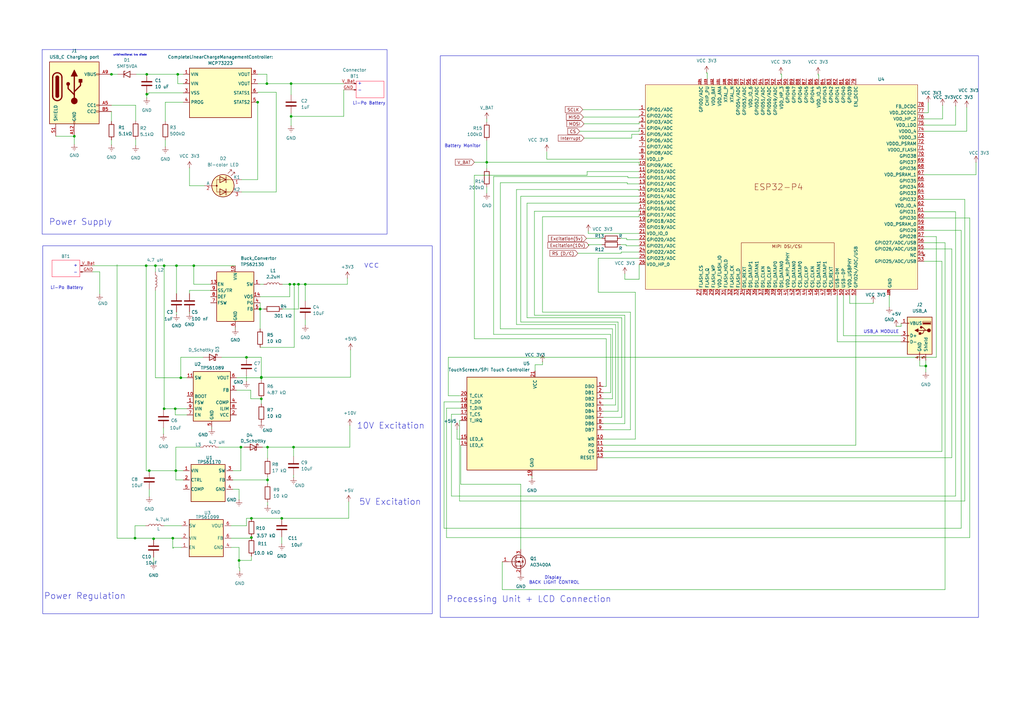
<source format=kicad_sch>
(kicad_sch (version 20250114) (generator "eeschema") (generator_version "9.0")
  (paper "A3")
  (rectangle (start 17.526 100.838) (end 177.292 251.714))
  (rectangle (start 17.272 20.32) (end 158.75 96.012))
  (rectangle (start 180.594 22.86) (end 401.32 253.238))
  (text "-" (at 147.574 37.084 0) (effects (font (size 1.27 1.27))))
  (text "Battery Monitor" (at 189.738 59.944 0) (effects (font (size 1.27 1.27))))
  (text "5V Excitation\n" (at 160.02 205.994 0) (effects (font (size 2.54 2.54))))
  (text "Li-Po Battery\n" (at 27.432 118.11 0) (effects (font (size 1.27 1.27))))
  (text "+" (at 30.988 108.966 0) (effects (font (size 1.27 1.27))))
  (text "10V Excitation" (at 160.274 174.752 0) (effects (font (size 2.54 2.54))))
  (text "Processing Unit + LCD Connection \n" (at 217.932 245.872 0) (effects (font (size 2.54 2.54))))
  (text "Power Supply\n" (at 33.02 91.186 0) (effects (font (size 2.54 2.54))))
  (text "vcc\n" (at 152.4 108.712 0) (effects (font (size 2.54 2.54))))
  (text "-" (at 30.988 111.76 0) (effects (font (size 1.27 1.27))))
  (text "USB_A MODULE\n" (at 361.442 136.144 0) (effects (font (size 1.27 1.27))))
  (text "+" (at 147.574 34.29 0) (effects (font (size 1.27 1.27))))
  (text "unidirectional tvs diode" (at 53.34 22.606 0) (effects (font (size 0.762 0.762))))
  (text "Display \nBACK LIGHT CONTROL\n" (at 227.33 237.998 0) (effects (font (size 1.27 1.27))))
  (text "Li-Po Battery\n" (at 151.384 42.418 0) (effects (font (size 1.27 1.27))))
  (text "Power Regulation" (at 34.798 244.602 0) (effects (font (size 2.54 2.54))))
  (text_box "" (at 21.336 106.68 0) (size 11.43 6.858) (margins 0.9525 0.9525 0.9525 0.9525) (stroke (width 0) (color 255 18 58 1)) (effects (font (size 1.27 1.27)) (justify left top)))
  (text_box "" (at 146.05 33.274 0) (size 11.43 6.858) (margins 0.9525 0.9525 0.9525 0.9525) (stroke (width 0) (color 255 18 58 1)) (effects (font (size 1.27 1.27)) (justify left top)))
  (junction (at 122.428 116.586))
  (junction (at 30.48 55.88))
  (junction (at 61.214 193.04))
  (junction (at 72.136 193.04))
  (junction (at 105.664 41.91))
  (junction (at 107.188 154.686))
  (junction (at 79.502 108.966))
  (junction (at 106.68 126.746))
  (junction (at 115.57 212.598))
  (junction (at 62.992 220.98))
  (junction (at 107.188 163.576))
  (junction (at 45.72 30.48))
  (junction (at 67.31 167.64))
  (junction (at 119.38 34.29))
  (junction (at 98.044 229.87))
  (junction (at 72.39 108.966))
  (junction (at 120.396 183.388))
  (junction (at 60.198 38.608))
  (junction (at 119.38 47.752))
  (junction (at 103.124 212.598))
  (junction (at 103.124 220.472))
  (junction (at 199.644 66.548))
  (junction (at 60.198 30.48))
  (junction (at 107.188 154.94))
  (junction (at 109.728 183.388))
  (junction (at 125.222 116.586))
  (junction (at 59.944 108.966))
  (junction (at 109.728 196.85))
  (junction (at 71.882 167.64))
  (junction (at 55.372 220.726))
  (junction (at 101.092 146.558))
  (junction (at 120.65 116.586))
  (junction (at 70.866 220.726))
  (junction (at 74.168 154.94))
  (junction (at 98.806 183.388))
  (junction (at 67.31 108.966))
  (junction (at 72.898 30.48))
  (junction (at 63.754 108.966))
  (junction (at 109.474 34.29))
  (junction (at 379.73 150.114))
  (junction (at 118.872 116.586))
  (wire (pts (xy 106.68 126.746) (xy 108.204 126.746)))
  (wire (pts (xy 239.522 50.8) (xy 262.128 50.8)))
  (wire (pts (xy 379.73 150.114) (xy 379.73 152.654)))
  (wire (pts (xy 95.504 200.66) (xy 98.044 200.66)))
  (wire (pts (xy 99.06 73.66) (xy 105.664 73.66)))
  (wire (pts (xy 194.564 66.548) (xy 199.644 66.548)))
  (wire (pts (xy 378.968 48.768) (xy 386.588 48.768)))
  (wire (pts (xy 199.644 79.248) (xy 199.644 76.708)))
  (wire (pts (xy 254.762 103.886) (xy 254.762 103.378)))
  (wire (pts (xy 378.968 81.788) (xy 395.732 81.788)))
  (wire (pts (xy 79.502 116.586) (xy 86.36 116.586)))
  (wire (pts (xy 222.504 88.9) (xy 262.128 88.9)))
  (wire (pts (xy 183.896 146.558) (xy 384.048 146.558)))
  (wire (pts (xy 103.124 220.726) (xy 103.124 220.472)))
  (wire (pts (xy 45.72 45.72) (xy 45.72 49.784)))
  (wire (pts (xy 105.664 30.48) (xy 109.474 30.48)))
  (wire (pts (xy 345.948 121.158) (xy 345.948 137.668)))
  (wire (pts (xy 98.298 234.188) (xy 98.298 232.918)))
  (wire (pts (xy 67.31 108.966) (xy 67.31 167.64)))
  (wire (pts (xy 369.57 132.588) (xy 369.57 133.858)))
  (wire (pts (xy 71.882 170.18) (xy 76.708 170.18)))
  (wire (pts (xy 109.728 195.58) (xy 109.728 196.85)))
  (wire (pts (xy 257.302 75.438) (xy 257.302 74.93)))
  (wire (pts (xy 261.874 77.978) (xy 261.874 77.724)))
  (wire (pts (xy 107.188 163.576) (xy 107.188 165.608)))
  (wire (pts (xy 119.38 34.29) (xy 119.38 38.862)))
  (wire (pts (xy 257.048 97.79) (xy 254.508 97.79)))
  (wire (pts (xy 250.444 137.16) (xy 250.444 161.036)))
  (wire (pts (xy 248.666 138.938) (xy 248.666 158.496)))
  (wire (pts (xy 107.188 146.558) (xy 107.188 154.686)))
  (wire (pts (xy 75.184 41.91) (xy 67.818 41.91)))
  (wire (pts (xy 67.31 167.64) (xy 71.882 167.64)))
  (wire (pts (xy 74.168 146.558) (xy 74.168 154.94)))
  (wire (pts (xy 70.866 220.726) (xy 74.422 220.726)))
  (wire (pts (xy 259.08 56.642) (xy 259.08 55.118)))
  (wire (pts (xy 60.198 38.1) (xy 60.198 38.608)))
  (wire (pts (xy 219.456 149.606) (xy 222.504 149.606)))
  (wire (pts (xy 320.294 30.48) (xy 320.294 30.226)))
  (wire (pts (xy 62.992 220.98) (xy 63.246 220.98)))
  (wire (pts (xy 60.198 30.226) (xy 60.198 30.48)))
  (wire (pts (xy 251.206 134.874) (xy 251.206 163.576)))
  (wire (pts (xy 391.922 86.868) (xy 391.922 203.454)))
  (wire (pts (xy 377.19 150.114) (xy 377.19 147.828)))
  (wire (pts (xy 61.214 203.708) (xy 61.214 200.66)))
  (wire (pts (xy 101.092 146.558) (xy 107.188 146.558)))
  (wire (pts (xy 94.742 220.726) (xy 103.124 220.726)))
  (wire (pts (xy 369.57 133.858) (xy 367.538 133.858)))
  (wire (pts (xy 213.614 198.628) (xy 213.614 225.298)))
  (wire (pts (xy 120.396 195.834) (xy 120.396 194.818)))
  (wire (pts (xy 239.014 44.958) (xy 262.128 44.958)))
  (wire (pts (xy 262.128 50.8) (xy 262.128 50.038)))
  (wire (pts (xy 364.744 121.158) (xy 364.744 125.984)))
  (wire (pts (xy 216.154 83.312) (xy 262.128 83.312)))
  (wire (pts (xy 119.38 46.482) (xy 119.38 47.752)))
  (wire (pts (xy 384.048 97.028) (xy 384.048 146.558)))
  (wire (pts (xy 245.364 119.888) (xy 260.604 119.888)))
  (wire (pts (xy 72.136 193.04) (xy 72.136 183.388)))
  (wire (pts (xy 61.214 193.04) (xy 72.136 193.04)))
  (wire (pts (xy 77.724 119.126) (xy 86.36 119.126)))
  (wire (pts (xy 394.208 94.488) (xy 394.208 216.662)))
  (wire (pts (xy 107.188 154.686) (xy 107.188 154.94)))
  (wire (pts (xy 105.664 34.29) (xy 109.474 34.29)))
  (wire (pts (xy 115.57 220.218) (xy 115.57 223.012)))
  (wire (pts (xy 122.428 116.586) (xy 125.222 116.586)))
  (wire (pts (xy 378.968 51.308) (xy 391.922 51.308)))
  (wire (pts (xy 262.128 98.298) (xy 257.048 98.298)))
  (wire (pts (xy 205.232 74.93) (xy 257.302 74.93)))
  (wire (pts (xy 258.572 176.276) (xy 247.396 176.276)))
  (wire (pts (xy 218.186 196.088) (xy 218.186 195.326)))
  (wire (pts (xy 245.364 119.888) (xy 245.364 105.918)))
  (wire (pts (xy 109.728 207.264) (xy 109.728 205.994)))
  (wire (pts (xy 320.548 30.48) (xy 320.294 30.48)))
  (wire (pts (xy 202.438 72.39) (xy 257.556 72.39)))
  (wire (pts (xy 182.118 216.662) (xy 182.118 164.846)))
  (wire (pts (xy 55.88 30.48) (xy 60.198 30.48)))
  (wire (pts (xy 211.836 133.096) (xy 252.476 133.096)))
  (wire (pts (xy 386.588 43.18) (xy 386.588 48.768)))
  (wire (pts (xy 62.992 228.6) (xy 62.992 230.886)))
  (wire (pts (xy 63.754 108.966) (xy 63.754 111.506)))
  (wire (pts (xy 188.468 205.486) (xy 395.732 205.486)))
  (wire (pts (xy 343.408 140.208) (xy 369.57 140.208)))
  (wire (pts (xy 98.806 183.388) (xy 98.806 193.04)))
  (wire (pts (xy 55.626 43.18) (xy 55.626 49.53)))
  (wire (pts (xy 247.396 182.626) (xy 351.028 182.626)))
  (wire (pts (xy 79.502 108.966) (xy 96.52 108.966)))
  (wire (pts (xy 98.044 232.918) (xy 98.044 229.87)))
  (wire (pts (xy 256.286 129.286) (xy 256.286 173.736)))
  (wire (pts (xy 219.202 86.614) (xy 219.202 129.286)))
  (wire (pts (xy 247.396 158.496) (xy 248.666 158.496)))
  (wire (pts (xy 55.372 215.646) (xy 59.69 215.646)))
  (wire (pts (xy 378.968 46.228) (xy 380.746 46.228)))
  (wire (pts (xy 98.298 232.918) (xy 98.044 232.918)))
  (wire (pts (xy 63.754 108.966) (xy 67.31 108.966)))
  (wire (pts (xy 205.232 134.874) (xy 251.206 134.874)))
  (wire (pts (xy 391.922 51.308) (xy 391.922 43.434)))
  (wire (pts (xy 254.762 103.378) (xy 262.128 103.378)))
  (wire (pts (xy 67.818 57.404) (xy 67.818 60.198)))
  (wire (pts (xy 98.806 183.388) (xy 100.076 183.388)))
  (wire (pts (xy 122.428 116.586) (xy 122.428 126.746)))
  (wire (pts (xy 379.73 150.114) (xy 377.19 150.114)))
  (wire (pts (xy 397.764 89.408) (xy 397.764 220.472)))
  (wire (pts (xy 320.548 30.48) (xy 320.548 32.258)))
  (wire (pts (xy 224.282 65.278) (xy 262.128 65.278)))
  (wire (pts (xy 72.136 193.04) (xy 75.184 193.04)))
  (wire (pts (xy 113.284 37.846) (xy 113.284 78.74)))
  (wire (pts (xy 386.334 107.188) (xy 386.334 185.166)))
  (wire (pts (xy 247.396 168.656) (xy 253.492 168.656)))
  (wire (pts (xy 262.128 53.848) (xy 237.744 53.848)))
  (wire (pts (xy 30.48 55.88) (xy 30.48 59.182)))
  (wire (pts (xy 140.97 36.83) (xy 140.97 47.752)))
  (wire (pts (xy 107.188 154.94) (xy 107.188 155.956)))
  (wire (pts (xy 107.188 154.686) (xy 143.764 154.686)))
  (wire (pts (xy 38.1 108.966) (xy 59.944 108.966)))
  (wire (pts (xy 222.504 88.9) (xy 222.504 128.016)))
  (wire (pts (xy 351.028 121.158) (xy 351.028 182.626)))
  (wire (pts (xy 256.794 100.33) (xy 254.508 100.33)))
  (wire (pts (xy 290.068 29.972) (xy 289.814 29.972)))
  (wire (pts (xy 72.39 108.966) (xy 72.39 120.396)))
  (wire (pts (xy 290.068 29.972) (xy 290.068 32.258)))
  (wire (pts (xy 199.644 66.548) (xy 262.128 66.548)))
  (wire (pts (xy 75.184 38.1) (xy 60.96 38.1)))
  (wire (pts (xy 262.128 83.312) (xy 262.128 83.058)))
  (wire (pts (xy 257.556 72.898) (xy 262.128 72.898)))
  (wire (pts (xy 74.168 154.94) (xy 76.708 154.94)))
  (wire (pts (xy 289.814 29.718) (xy 289.814 29.972)))
  (wire (pts (xy 241.3 100.33) (xy 246.888 100.33)))
  (wire (pts (xy 262.128 108.458) (xy 262.128 114.554)))
  (wire (pts (xy 219.456 149.606) (xy 219.456 152.146)))
  (wire (pts (xy 378.968 89.408) (xy 397.764 89.408)))
  (wire (pts (xy 67.056 167.894) (xy 67.056 167.64)))
  (wire (pts (xy 40.894 111.506) (xy 40.894 120.65)))
  (wire (pts (xy 119.38 34.29) (xy 140.97 34.29)))
  (wire (pts (xy 378.968 71.628) (xy 400.304 71.628)))
  (wire (pts (xy 378.968 99.568) (xy 387.604 99.568)))
  (wire (pts (xy 335.788 30.734) (xy 335.788 32.258)))
  (wire (pts (xy 72.136 183.388) (xy 82.042 183.388)))
  (wire (pts (xy 67.056 175.514) (xy 67.056 178.054)))
  (wire (pts (xy 395.732 81.788) (xy 395.732 205.486)))
  (wire (pts (xy 219.202 86.614) (xy 262.128 86.614)))
  (wire (pts (xy 89.662 183.388) (xy 98.806 183.388)))
  (wire (pts (xy 247.396 161.036) (xy 250.444 161.036)))
  (wire (pts (xy 262.128 52.578) (xy 262.128 53.848)))
  (wire (pts (xy 86.868 175.26) (xy 86.868 175.768)))
  (wire (pts (xy 247.396 171.196) (xy 255.016 171.196)))
  (wire (pts (xy 378.968 53.848) (xy 396.494 53.848)))
  (wire (pts (xy 241.3 100.584) (xy 241.554 100.584)))
  (wire (pts (xy 185.166 169.926) (xy 188.976 169.926)))
  (wire (pts (xy 95.504 196.85) (xy 109.728 196.85)))
  (wire (pts (xy 67.818 41.91) (xy 67.818 49.784)))
  (wire (pts (xy 246.888 97.79) (xy 240.538 97.79)))
  (wire (pts (xy 103.124 212.598) (xy 115.57 212.598)))
  (wire (pts (xy 183.896 162.306) (xy 183.896 146.558)))
  (wire (pts (xy 213.614 132.08) (xy 213.614 80.518)))
  (wire (pts (xy 247.396 173.736) (xy 256.286 173.736)))
  (wire (pts (xy 241.3 100.584) (xy 241.3 100.33)))
  (wire (pts (xy 185.166 203.454) (xy 185.166 169.926)))
  (wire (pts (xy 60.96 38.1) (xy 60.96 38.608)))
  (wire (pts (xy 107.696 183.388) (xy 109.728 183.388)))
  (wire (pts (xy 72.39 128.016) (xy 72.39 129.032)))
  (wire (pts (xy 143.764 154.686) (xy 143.764 143.51)))
  (wire (pts (xy 102.87 163.576) (xy 102.87 160.02)))
  (wire (pts (xy 45.72 30.48) (xy 48.26 30.48)))
  (wire (pts (xy 109.728 183.388) (xy 120.396 183.388)))
  (wire (pts (xy 118.872 121.666) (xy 106.68 121.666)))
  (wire (pts (xy 241.3 95.758) (xy 241.3 94.742)))
  (wire (pts (xy 236.982 103.886) (xy 254.762 103.886)))
  (wire (pts (xy 213.614 80.518) (xy 262.128 80.518)))
  (wire (pts (xy 239.522 56.642) (xy 259.08 56.642)))
  (wire (pts (xy 98.044 229.87) (xy 103.124 229.87)))
  (wire (pts (xy 63.754 119.126) (xy 63.754 154.94)))
  (wire (pts (xy 194.564 71.882) (xy 240.792 71.882)))
  (wire (pts (xy 109.474 30.48) (xy 109.474 34.29)))
  (wire (pts (xy 240.792 71.882) (xy 240.792 70.358)))
  (wire (pts (xy 199.644 66.548) (xy 199.644 57.658)))
  (wire (pts (xy 262.128 75.438) (xy 257.302 75.438)))
  (wire (pts (xy 98.044 224.536) (xy 98.044 229.87)))
  (wire (pts (xy 101.092 212.598) (xy 103.124 212.598)))
  (wire (pts (xy 77.724 68.834) (xy 77.724 76.2)))
  (wire (pts (xy 71.12 224.79) (xy 71.12 224.536)))
  (wire (pts (xy 183.134 167.386) (xy 188.976 167.386)))
  (wire (pts (xy 105.664 41.91) (xy 105.664 73.66)))
  (wire (pts (xy 348.488 124.46) (xy 358.14 124.46)))
  (wire (pts (xy 71.12 224.536) (xy 74.422 224.536)))
  (wire (pts (xy 257.556 72.898) (xy 257.556 72.39)))
  (wire (pts (xy 120.396 183.388) (xy 143.51 183.388)))
  (wire (pts (xy 378.968 94.488) (xy 394.208 94.488)))
  (wire (pts (xy 77.724 76.2) (xy 83.82 76.2)))
  (wire (pts (xy 115.824 116.586) (xy 118.872 116.586)))
  (wire (pts (xy 256.286 112.268) (xy 256.286 114.554)))
  (wire (pts (xy 183.134 220.472) (xy 183.134 167.386)))
  (wire (pts (xy 59.944 193.04) (xy 61.214 193.04)))
  (wire (pts (xy 211.836 77.724) (xy 261.874 77.724)))
  (wire (pts (xy 102.87 160.02) (xy 97.028 160.02)))
  (wire (pts (xy 247.396 180.086) (xy 260.604 180.086)))
  (wire (pts (xy 343.408 121.158) (xy 343.408 140.208)))
  (wire (pts (xy 202.438 72.39) (xy 202.438 137.16)))
  (wire (pts (xy 391.922 86.868) (xy 378.968 86.868)))
  (wire (pts (xy 125.222 116.586) (xy 142.494 116.586)))
  (wire (pts (xy 60.96 38.608) (xy 60.198 38.608)))
  (wire (pts (xy 188.468 205.486) (xy 188.468 172.466)))
  (wire (pts (xy 45.72 57.404) (xy 45.72 59.436)))
  (wire (pts (xy 120.65 116.586) (xy 120.65 142.494)))
  (wire (pts (xy 345.948 137.668) (xy 369.57 137.668)))
  (wire (pts (xy 90.932 146.558) (xy 101.092 146.558)))
  (wire (pts (xy 22.86 55.88) (xy 30.48 55.88)))
  (wire (pts (xy 103.124 228.092) (xy 103.124 229.87)))
  (wire (pts (xy 106.68 124.206) (xy 106.68 126.746)))
  (wire (pts (xy 224.282 62.23) (xy 224.282 65.278)))
  (wire (pts (xy 106.68 126.746) (xy 106.68 134.874)))
  (wire (pts (xy 62.992 220.726) (xy 62.992 220.98)))
  (wire (pts (xy 71.882 170.18) (xy 71.882 167.64)))
  (wire (pts (xy 106.68 116.586) (xy 108.204 116.586)))
  (wire (pts (xy 115.824 126.746) (xy 122.428 126.746)))
  (wire (pts (xy 211.836 77.724) (xy 211.836 133.096)))
  (wire (pts (xy 245.364 105.918) (xy 262.128 105.918)))
  (wire (pts (xy 107.188 163.576) (xy 102.87 163.576)))
  (wire (pts (xy 390.398 102.108) (xy 390.398 187.706)))
  (wire (pts (xy 262.128 88.138) (xy 262.128 88.9)))
  (wire (pts (xy 262.128 48.006) (xy 262.128 47.498)))
  (wire (pts (xy 71.882 167.64) (xy 76.708 167.64)))
  (wire (pts (xy 105.664 37.846) (xy 113.284 37.846)))
  (wire (pts (xy 142.494 116.586) (xy 142.494 114.046)))
  (wire (pts (xy 94.742 224.536) (xy 98.044 224.536)))
  (wire (pts (xy 261.874 77.978) (xy 262.128 77.978)))
  (wire (pts (xy 60.198 38.608) (xy 60.198 40.132)))
  (wire (pts (xy 55.626 57.15) (xy 55.626 59.69)))
  (wire (pts (xy 205.232 74.93) (xy 205.232 134.874)))
  (wire (pts (xy 59.944 108.966) (xy 59.944 193.04)))
  (wire (pts (xy 120.396 183.388) (xy 120.396 187.198)))
  (wire (pts (xy 188.976 198.628) (xy 213.614 198.628)))
  (wire (pts (xy 63.246 220.726) (xy 70.866 220.726)))
  (wire (pts (xy 258.572 128.016) (xy 258.572 176.276)))
  (wire (pts (xy 188.976 180.086) (xy 187.452 180.086)))
  (wire (pts (xy 262.128 100.838) (xy 256.794 100.838)))
  (wire (pts (xy 219.202 129.286) (xy 256.286 129.286)))
  (wire (pts (xy 72.136 196.85) (xy 75.184 196.85)))
  (wire (pts (xy 251.206 163.576) (xy 247.396 163.576)))
  (wire (pts (xy 239.268 48.006) (xy 262.128 48.006)))
  (wire (pts (xy 143.51 183.388) (xy 143.51 174.498)))
  (wire (pts (xy 222.504 149.606) (xy 222.504 148.336)))
  (wire (pts (xy 77.724 119.126) (xy 77.724 120.396)))
  (wire (pts (xy 101.092 154.178) (xy 101.092 156.464)))
  (wire (pts (xy 72.898 30.48) (xy 75.184 30.48)))
  (wire (pts (xy 55.372 220.726) (xy 62.992 220.726)))
  (wire (pts (xy 262.128 66.548) (xy 262.128 67.818)))
  (wire (pts (xy 77.724 128.016) (xy 77.724 128.524)))
  (wire (pts (xy 72.898 34.29) (xy 72.898 30.48)))
  (wire (pts (xy 252.476 133.096) (xy 252.476 166.116)))
  (wire (pts (xy 378.968 97.028) (xy 384.048 97.028)))
  (wire (pts (xy 358.14 123.952) (xy 358.14 124.46)))
  (wire (pts (xy 45.466 30.48) (xy 45.72 30.48)))
  (wire (pts (xy 247.396 187.706) (xy 390.398 187.706)))
  (wire (pts (xy 259.08 55.118) (xy 262.128 55.118)))
  (wire (pts (xy 72.39 108.966) (xy 79.502 108.966)))
  (wire (pts (xy 256.794 100.838) (xy 256.794 100.33)))
  (wire (pts (xy 182.118 164.846) (xy 188.976 164.846)))
  (wire (pts (xy 253.492 132.08) (xy 213.614 132.08)))
  (wire (pts (xy 118.872 116.586) (xy 118.872 121.666)))
  (wire (pts (xy 94.742 215.646) (xy 101.092 215.646)))
  (wire (pts (xy 109.474 34.29) (xy 119.38 34.29)))
  (wire (pts (xy 188.468 172.466) (xy 188.976 172.466)))
  (wire (pts (xy 380.746 41.91) (xy 380.746 46.228)))
  (wire (pts (xy 199.644 48.768) (xy 199.644 50.038)))
  (wire (pts (xy 48.006 108.458) (xy 48.006 220.726)))
  (wire (pts (xy 70.866 224.79) (xy 71.12 224.79)))
  (wire (pts (xy 67.31 215.646) (xy 74.422 215.646)))
  (wire (pts (xy 74.168 146.558) (xy 83.312 146.558)))
  (wire (pts (xy 188.722 162.306) (xy 183.896 162.306)))
  (wire (pts (xy 387.604 241.808) (xy 387.604 99.568)))
  (wire (pts (xy 63.246 220.98) (xy 63.246 220.726)))
  (wire (pts (xy 55.372 215.646) (xy 55.372 220.726)))
  (wire (pts (xy 194.564 71.882) (xy 194.564 138.938)))
  (wire (pts (xy 119.38 47.752) (xy 119.38 51.562)))
  (wire (pts (xy 106.68 142.494) (xy 120.65 142.494)))
  (wire (pts (xy 205.994 230.378) (xy 205.994 241.808)))
  (wire (pts (xy 72.898 34.29) (xy 75.184 34.29)))
  (wire (pts (xy 188.976 182.626) (xy 188.976 198.628)))
  (wire (pts (xy 252.476 166.116) (xy 247.396 166.116)))
  (wire (pts (xy 63.754 154.94) (xy 74.168 154.94)))
  (wire (pts (xy 260.604 119.888) (xy 260.604 180.086)))
  (wire (pts (xy 60.198 30.48) (xy 72.898 30.48)))
  (wire (pts (xy 253.492 168.656) (xy 253.492 132.08)))
  (wire (pts (xy 391.922 203.454) (xy 185.166 203.454)))
  (wire (pts (xy 101.092 215.646) (xy 101.092 212.598)))
  (wire (pts (xy 96.52 134.366) (xy 96.52 134.874)))
  (wire (pts (xy 72.136 193.04) (xy 72.136 196.85)))
  (wire (pts (xy 59.944 108.966) (xy 63.754 108.966)))
  (wire (pts (xy 379.73 150.114) (xy 379.73 147.828)))
  (wire (pts (xy 40.894 111.506) (xy 38.1 111.506)))
  (wire (pts (xy 205.994 241.808) (xy 387.604 241.808)))
  (wire (pts (xy 396.494 43.942) (xy 396.494 53.848)))
  (wire (pts (xy 45.72 43.18) (xy 55.626 43.18)))
  (wire (pts (xy 97.028 154.94) (xy 107.188 154.94)))
  (wire (pts (xy 125.222 131.064) (xy 125.222 133.35)))
  (wire (pts (xy 222.504 128.016) (xy 258.572 128.016)))
  (wire (pts (xy 143.002 212.598) (xy 143.002 205.74)))
  (wire (pts (xy 115.57 212.598) (xy 143.002 212.598)))
  (wire (pts (xy 120.65 116.586) (xy 122.428 116.586)))
  (wire (pts (xy 378.968 102.108) (xy 390.398 102.108)))
  (wire (pts (xy 48.006 220.726) (xy 55.372 220.726)))
  (wire (pts (xy 98.806 193.04) (xy 95.504 193.04)))
  (wire (pts (xy 257.048 98.298) (xy 257.048 97.79)))
  (wire (pts (xy 386.334 185.166) (xy 247.396 185.166)))
  (wire (pts (xy 67.056 167.64) (xy 67.31 167.64)))
  (wire (pts (xy 348.488 121.158) (xy 348.488 124.46)))
  (wire (pts (xy 202.438 137.16) (xy 250.444 137.16)))
  (wire (pts (xy 394.208 216.662) (xy 182.118 216.662)))
  (wire (pts (xy 256.286 114.554) (xy 262.128 114.554)))
  (wire (pts (xy 335.788 30.734) (xy 335.534 30.734)))
  (wire (pts (xy 400.304 66.548) (xy 400.304 71.628)))
  (wire (pts (xy 109.728 196.85) (xy 109.728 198.374)))
  (wire (pts (xy 194.564 138.938) (xy 248.666 138.938)))
  (wire (pts (xy 262.128 85.598) (xy 262.128 86.614)))
  (wire (pts (xy 125.222 116.586) (xy 125.222 123.444)))
  (wire (pts (xy 364.998 121.158) (xy 364.744 121.158)))
  (wire (pts (xy 99.06 78.74) (xy 113.284 78.74)))
  (wire (pts (xy 98.044 200.66) (xy 98.044 204.978)))
  (wire (pts (xy 79.502 108.966) (xy 79.502 116.586)))
  (wire (pts (xy 335.534 30.734) (xy 335.534 30.226)))
  (wire (pts (xy 187.452 176.022) (xy 187.452 180.086)))
  (wire (pts (xy 103.124 220.472) (xy 103.124 220.218)))
  (wire (pts (xy 216.154 130.302) (xy 255.016 130.302)))
  (wire (pts (xy 216.154 83.312) (xy 216.154 130.302)))
  (wire (pts (xy 67.31 108.966) (xy 72.39 108.966)))
  (wire (pts (xy 378.968 107.188) (xy 386.334 107.188)))
  (wire (pts (xy 241.3 95.758) (xy 262.128 95.758)))
  (wire (pts (xy 397.764 220.472) (xy 183.134 220.472)))
  (wire (pts (xy 199.644 66.548) (xy 199.644 69.088)))
  (wire (pts (xy 240.792 70.358) (xy 262.128 70.358)))
  (wire (pts (xy 109.728 183.388) (xy 109.728 187.96)))
  (wire (pts (xy 118.872 116.586) (xy 120.65 116.586)))
  (wire (pts (xy 255.016 130.302) (xy 255.016 171.196)))
  (wire (pts (xy 70.866 220.726) (xy 70.866 224.79)))
  (wire (pts (xy 105.664 41.656) (xy 105.664 41.91)))
  (wire (pts (xy 60.198 30.48) (xy 60.198 30.988)))
  (wire (pts (xy 140.97 47.752) (xy 119.38 47.752)))
  (global_label "Interrupt" (shape input) (at 239.522 56.642 180) (property "Intersheetrefs" "${INTERSHEET_REFS}" (effects (hide yes))))
  (global_label "MOSI" (shape input) (at 239.522 50.8 180) (property "Intersheetrefs" "${INTERSHEET_REFS}" (effects (hide yes))))
  (global_label "SCLK" (shape input) (at 239.014 44.958 180) (property "Intersheetrefs" "${INTERSHEET_REFS}" (effects (hide yes))))
  (global_label "Excitation(10v)" (shape input) (at 241.554 100.584 180) (property "Intersheetrefs" "${INTERSHEET_REFS}" (effects (hide yes))))
  (global_label "CS" (shape input) (at 237.744 53.848 180) (property "Intersheetrefs" "${INTERSHEET_REFS}" (effects (hide yes))))
  (global_label "MISO" (shape input) (at 239.268 48.006 180) (property "Intersheetrefs" "${INTERSHEET_REFS}" (effects (hide yes))))
  (global_label "Excitation(5v)" (shape input) (at 240.538 97.79 180) (property "Intersheetrefs" "${INTERSHEET_REFS}" (effects (hide yes))))
  (global_label "V_BAT" (shape input) (at 194.564 66.548 180) (property "Intersheetrefs" "${INTERSHEET_REFS}" (effects (hide yes))))
  (global_label "RS (D{slash}C)" (shape input) (at 236.982 103.886 180) (property "Intersheetrefs" "${INTERSHEET_REFS}" (effects (hide yes))))
  (symbol (lib_id "Device:C") (at 62.992 224.79 0) (unit 1)
    (property "Reference" "C10" (at 58.166 228.346 0) (effects (justify left)))
    (property "Value" "10uF" (at 59.69 230.886 0) (effects (justify left)))
    (property "Description" "Unpolarized capacitor" (effects (hide yes)))
  )
  (symbol (lib_id "power:GNDREF") (at 364.744 125.984 0) (unit 1)
    (property "Reference" "#PWR028" (effects (hide yes)))
    (property "Value" "GND" (at 364.744 131.064 0))
    (property "Description" "Power symbol creates a global label with name \"GNDREF\" , reference supply ground" (effects (hide yes)))
  )
  (symbol (lib_name "TPS61165DBV_1") (lib_id "Driver_LED:TPS61165DBV") (at 84.582 220.726 0) (unit 1)
    (property "Reference" "U3" (at 85.09 210.312 0))
    (property "Value" "TPS61099" (at 85.09 212.09 0))
    (property "Footprint" "Package_TO_SOT_SMD:SOT-23-6" (effects (hide yes)))
    (property "Datasheet" "https://www.ti.com/lit/ds/symlink/tps61165.pdf" (effects (hide yes)))
    (property "Description" "High-Brightness, White LED Driver, 3V to 18V input voltage range, internal switch, constant current, up to 38V/1.2A output, SOT-23-6" (effects (hide yes)))
  )
  (symbol (lib_id "power:GNDREF") (at 107.188 173.228 0) (unit 1)
    (property "Reference" "#PWR016" (effects (hide yes)))
    (property "Value" "GND" (at 109.728 176.53 0))
    (property "Description" "Power symbol creates a global label with name \"GNDREF\" , reference supply ground" (effects (hide yes)))
  )
  (symbol (lib_id "power:GNDREF") (at 55.626 59.69 0) (unit 1)
    (property "Reference" "#PWR04" (effects (hide yes)))
    (property "Value" "GND" (at 55.626 64.77 0))
    (property "Description" "Power symbol creates a global label with name \"GNDREF\" , reference supply ground" (effects (hide yes)))
  )
  (symbol (lib_id "power:VCC") (at 335.534 30.226 0) (unit 1)
    (property "Reference" "#PWR031" (effects (hide yes)))
    (property "Value" "VCC 3V3" (at 335.534 25.4 0))
    (property "Description" "Power symbol creates a global label with name \"VCC\"" (effects (hide yes)))
  )
  (symbol (lib_id "power:GNDREF") (at 379.73 152.654 0) (mirror y) (unit 1)
    (property "Reference" "#PWR036" (effects (hide yes)))
    (property "Value" "GND" (at 379.73 157.734 0))
    (property "Description" "Power symbol creates a global label with name \"GNDREF\" , reference supply ground" (effects (hide yes)))
  )
  (symbol (lib_id "Device:R") (at 103.124 216.408 0) (unit 1)
    (property "Reference" "R10" (at 104.902 216.662 0) (effects (justify left)))
    (property "Value" "3.57 kΩ" (at 105.156 219.71 0) (effects (justify left)))
    (property "Description" "Resistor" (effects (hide yes)))
  )
  (symbol (lib_id "power:GNDREF") (at 30.48 59.182 0) (unit 1)
    (property "Reference" "#PWR02" (effects (hide yes)))
    (property "Value" "GND" (at 30.48 63.754 0))
    (property "Description" "Power symbol creates a global label with name \"GNDREF\" , reference supply ground" (effects (hide yes)))
  )
  (symbol (lib_id "Device:D_Schottky") (at 103.886 183.388 0) (mirror y) (unit 1)
    (property "Reference" "D4" (at 102.362 178.562 0))
    (property "Value" "D_Schottky" (at 103.886 180.848 0))
    (property "Description" "Schottky diode" (effects (hide yes)))
  )
  (symbol (lib_id "power:VCC") (at 358.14 123.952 0) (unit 1)
    (property "Reference" "#PWR045" (effects (hide yes)))
    (property "Value" "VCC 3V3" (at 359.156 120.904 0))
    (property "Description" "Power symbol creates a global label with name \"VCC\"" (effects (hide yes)))
  )
  (symbol (lib_id "power:+10V") (at 143.51 174.498 0) (unit 1)
    (property "Reference" "#PWR043" (effects (hide yes)))
    (property "Value" "+10V" (at 143.51 169.418 0))
    (property "Description" "Power symbol creates a global label with name \"+10V\"" (effects (hide yes)))
  )
  (symbol (lib_id "power:GNDREF") (at 120.396 195.834 0) (unit 1)
    (property "Reference" "#PWR020" (effects (hide yes)))
    (property "Value" "GND" (at 122.936 199.136 0))
    (property "Description" "Power symbol creates a global label with name \"GNDREF\" , reference supply ground" (effects (hide yes)))
  )
  (symbol (lib_id "Device:C") (at 72.39 124.206 0) (unit 1)
    (property "Reference" "C3" (at 68.326 128.016 0) (effects (justify left)))
    (property "Value" "1uF" (at 67.31 130.81 0) (effects (justify left)))
    (property "Description" "Unpolarized capacitor" (effects (hide yes)))
  )
  (symbol (lib_id "power:GNDREF") (at 67.056 178.054 0) (unit 1)
    (property "Reference" "#PWR013" (effects (hide yes)))
    (property "Value" "GND" (at 67.056 183.134 0))
    (property "Description" "Power symbol creates a global label with name \"GNDREF\" , reference supply ground" (effects (hide yes)))
  )
  (symbol (lib_id "Transistor_FET:AO3400A") (at 211.074 230.378 0) (unit 1)
    (property "Reference" "Q1" (at 217.424 229.1079 0) (effects (justify left)))
    (property "Value" "AO3400A" (at 217.424 231.6479 0) (effects (justify left)))
    (property "Footprint" "Package_TO_SOT_SMD:SOT-23" (effects (hide yes)))
    (property "Datasheet" "http://www.aosmd.com/pdfs/datasheet/AO3400A.pdf" (effects (hide yes)))
    (property "Description" "30V Vds, 5.7A Id, N-Channel MOSFET, SOT-23" (effects (hide yes)))
  )
  (symbol (lib_id "Device:R") (at 250.698 100.33 270) (unit 1)
    (property "Reference" "R13" (at 245.872 96.774 90))
    (property "Value" "R" (at 254.508 101.854 90))
    (property "Description" "Resistor" (effects (hide yes)))
  )
  (symbol (lib_id "Device:LED_Dual_KAK") (at 91.44 76.2 0) (unit 1)
    (property "Reference" "D2" (at 91.5035 65.024 0))
    (property "Value" "Bi-color LED" (at 91.5035 67.564 0))
    (property "Description" "Dual LED, common anode on pin 2" (effects (hide yes)))
  )
  (symbol (lib_id "power:VCC") (at 224.282 61.976 0) (unit 1)
    (property "Reference" "#PWR026" (effects (hide yes)))
    (property "Value" "VCC 3V3" (at 220.726 57.404 0))
    (property "Description" "Power symbol creates a global label with name \"VCC\"" (effects (hide yes)))
  )
  (symbol (lib_id "Battery_Management:LGS5500EP") (at 90.424 38.1 0) (unit 1)
    (property "Reference" "CompleteLinearChargeManagementController:" (at 90.424 23.368 0))
    (property "Value" "MCP73223" (at 90.424 25.908 0))
    (property "Footprint" "Package_SO:SOIC-8-1EP_3.9x4.9mm_P1.27mm_EP2.41x3.3mm" (effects (hide yes)))
    (property "Datasheet" "https://www.lcsc.com/datasheet/lcsc_datasheet_2304071430_Legend-Si-LGS5500EP_C5280699.pdf" (effects (hide yes)))
    (property "Description" "LiPo charger and 5V boost converter, 4.5-5.5V input, 4.2-4.4V battery, 400-1000mA charge current, 800mA boost output, SOIC-8-1EP" (effects (hide yes)))
  )
  (symbol (lib_id "Device:L") (at 63.754 115.316 0) (unit 1)
    (property "Reference" "L2" (at 64.77 110.744 0) (effects (justify left)))
    (property "Value" "4.7 uH" (at 60.198 106.68 0) (effects (justify left)))
    (property "Description" "Inductor" (effects (hide yes)))
  )
  (symbol (lib_id "Regulator_Switching:TPS61089") (at 86.868 162.56 0) (unit 1)
    (property "Reference" "U2" (at 81.026 149.352 0))
    (property "Value" "TPS61089" (at 87.122 150.876 0))
    (property "Footprint" "Package_DFN_QFN:Texas_VQFN-RNR0011A-11" (effects (hide yes)))
    (property "Datasheet" "http://www.ti.com/lit/ds/symlink/tps61089.pdf" (effects (hide yes)))
    (property "Description" "7A Boost Converters, Adjustable output voltage (PFM), input 2.7 to 12V , output 4.5 to 12.6V, VQFN-11" (effects (hide yes)))
  )
  (symbol (lib_id "Espressif:ESP32-P4") (at 319.278 76.708 0) (unit 1)
    (property "Reference" "U4" (at 361.442 32.512 0))
    (property "Footprint" "PCM_Espressif:ESP32-P4" (effects (hide yes)))
    (property "Description" "High-performance MCU with one RISC-V 32-bit dual-core microprocessor and one single-core microprocessor" (effects (hide yes)))
  )
  (symbol (lib_id "power:+5V") (at 187.452 176.022 0) (unit 1)
    (property "Reference" "#PWR046" (effects (hide yes)))
    (property "Value" "+5V5" (at 184.658 172.72 0))
    (property "Description" "Power symbol creates a global label with name \"+5V\"" (effects (hide yes)))
  )
  (symbol (lib_id "power:VCC") (at 396.494 43.942 0) (unit 1)
    (property "Reference" "#PWR034" (effects (hide yes)))
    (property "Value" "VCC 3V3" (at 397.256 37.084 0))
    (property "Description" "Power symbol creates a global label with name \"VCC\"" (effects (hide yes)))
  )
  (symbol (lib_id "power:+5V") (at 143.002 205.74 0) (unit 1)
    (property "Reference" "#PWR039" (effects (hide yes)))
    (property "Value" "+5V" (at 143.002 201.168 0))
    (property "Description" "Power symbol creates a global label with name \"+5V\"" (effects (hide yes)))
  )
  (symbol (lib_id "Device:R") (at 106.68 138.684 0) (unit 1)
    (property "Reference" "R5" (at 109.474 137.4139 0) (effects (justify left)))
    (property "Value" "10 kΩ" (at 109.474 139.9539 0) (effects (justify left)))
    (property "Description" "Resistor" (effects (hide yes)))
  )
  (symbol (lib_id "Device:R") (at 250.698 97.79 90) (unit 1)
    (property "Reference" "R12" (at 245.872 102.362 90))
    (property "Value" "R" (at 254.508 96.774 90))
    (property "Description" "Resistor" (effects (hide yes)))
  )
  (symbol (lib_id "power:GNDREF") (at 119.38 51.562 0) (unit 1)
    (property "Reference" "#PWR05" (effects (hide yes)))
    (property "Value" "GND" (at 119.38 56.642 0))
    (property "Description" "Power symbol creates a global label with name \"GNDREF\" , reference supply ground" (effects (hide yes)))
  )
  (symbol (lib_id "power:GNDREF") (at 98.044 204.978 0) (unit 1)
    (property "Reference" "#PWR019" (effects (hide yes)))
    (property "Value" "GND" (at 94.996 204.978 0))
    (property "Description" "Power symbol creates a global label with name \"GNDREF\" , reference supply ground" (effects (hide yes)))
  )
  (symbol (lib_id "power:GNDREF") (at 61.214 203.708 0) (unit 1)
    (property "Reference" "#PWR017" (effects (hide yes)))
    (property "Value" "GND" (at 61.214 208.788 0))
    (property "Description" "Power symbol creates a global label with name \"GNDREF\" , reference supply ground" (effects (hide yes)))
  )
  (symbol (lib_id "power:VCC") (at 320.294 30.226 0) (unit 1)
    (property "Reference" "#PWR033" (effects (hide yes)))
    (property "Value" "VCC 3V3" (at 320.294 25.4 0))
    (property "Description" "Power symbol creates a global label with name \"VCC\"" (effects (hide yes)))
  )
  (symbol (lib_id "Diode:SMF5V0A") (at 52.07 30.48 0) (unit 1)
    (property "Reference" "D1" (at 52.07 24.638 0))
    (property "Value" "SMF5V0A" (at 52.07 27.178 0))
    (property "Footprint" "Diode_SMD:D_SMF" (effects (hide yes)))
    (property "Datasheet" "https://www.vishay.com/doc?85881" (effects (hide yes)))
    (property "Description" "200W unidirectional Transil Transient Voltage Suppressor, 5Vrwm, SMF" (effects (hide yes)))
  )
  (symbol (lib_id "Device:R") (at 199.644 53.848 0) (mirror y) (unit 1)
    (property "Reference" "R15" (at 197.866 52.5779 0) (effects (justify left)))
    (property "Value" "100kΩ" (at 197.866 55.1179 0) (effects (justify left)))
    (property "Description" "Resistor" (effects (hide yes)))
  )
  (symbol (lib_id "power:+3V3") (at 142.494 114.046 0) (unit 1)
    (property "Reference" "#PWR042" (effects (hide yes)))
    (property "Value" "+3V3" (at 142.494 109.474 0))
    (property "Description" "Power symbol creates a global label with name \"+3V3\"" (effects (hide yes)))
  )
  (symbol (lib_id "power:GNDREF") (at 109.728 207.264 0) (unit 1)
    (property "Reference" "#PWR018" (effects (hide yes)))
    (property "Value" "GND" (at 113.03 210.058 0))
    (property "Description" "Power symbol creates a global label with name \"GNDREF\" , reference supply ground" (effects (hide yes)))
  )
  (symbol (lib_id "power:VCC") (at 289.814 29.718 0) (unit 1)
    (property "Reference" "#PWR029" (effects (hide yes)))
    (property "Value" "VCC 3V3" (at 289.814 24.892 0))
    (property "Description" "Power symbol creates a global label with name \"VCC\"" (effects (hide yes)))
  )
  (symbol (lib_id "power:VCC") (at 222.504 148.336 0) (mirror y) (unit 1)
    (property "Reference" "#PWR041" (effects (hide yes)))
    (property "Value" "VCC 3V3" (at 219.456 145.542 0))
    (property "Description" "Power symbol creates a global label with name \"VCC\"" (effects (hide yes)))
  )
  (symbol (lib_id "power:GNDREF") (at 86.868 175.768 0) (unit 1)
    (property "Reference" "#PWR014" (effects (hide yes)))
    (property "Value" "GND" (at 83.312 178.308 0))
    (property "Description" "Power symbol creates a global label with name \"GNDREF\" , reference supply ground" (effects (hide yes)))
  )
  (symbol (lib_id "power:GNDREF") (at 98.298 234.188 0) (unit 1)
    (property "Reference" "#PWR022" (effects (hide yes)))
    (property "Value" "GND" (at 98.298 239.268 0))
    (property "Description" "Power symbol creates a global label with name \"GNDREF\" , reference supply ground" (effects (hide yes)))
  )
  (symbol (lib_id "Device:C") (at 60.198 34.29 0) (unit 1)
    (property "Reference" "C1" (at 63.5 33.0199 0) (effects (justify left)))
    (property "Value" "10 uF" (at 63.5 35.5599 0) (effects (justify left)))
    (property "Description" "Unpolarized capacitor" (effects (hide yes)))
  )
  (symbol (lib_id "Connector:USB_A") (at 377.19 137.668 0) (mirror y) (unit 1)
    (property "Reference" "J2" (at 377.19 124.968 0))
    (property "Value" "USB_A" (at 377.19 127.508 0))
    (property "Description" "USB Type A connector" (effects (hide yes)))
  )
  (symbol (lib_id "power:GNDREF") (at 77.724 128.524 0) (unit 1)
    (property "Reference" "#PWR012" (effects (hide yes)))
    (property "Value" "GND" (at 77.724 133.096 0))
    (property "Description" "Power symbol creates a global label with name \"GNDREF\" , reference supply ground" (effects (hide yes)))
  )
  (symbol (lib_id "Device:C") (at 101.092 150.368 0) (unit 1)
    (property "Reference" "C7" (at 104.14 149.0979 0) (effects (justify left)))
    (property "Value" "C" (at 104.14 151.6379 0) (effects (justify left)))
    (property "Description" "Unpolarized capacitor" (effects (hide yes)))
  )
  (symbol (lib_id "power:VCC") (at 391.922 43.434 0) (unit 1)
    (property "Reference" "#PWR032" (effects (hide yes)))
    (property "Value" "VCC 3V3" (at 394.97 39.878 0))
    (property "Description" "Power symbol creates a global label with name \"VCC\"" (effects (hide yes)))
  )
  (symbol (lib_id "power:GNDREF") (at 125.222 133.35 0) (unit 1)
    (property "Reference" "#PWR011" (effects (hide yes)))
    (property "Value" "GND" (at 125.222 138.43 0))
    (property "Description" "Power symbol creates a global label with name \"GNDREF\" , reference supply ground" (effects (hide yes)))
  )
  (symbol (lib_id "power:GNDREF") (at 40.894 120.65 0) (unit 1)
    (property "Reference" "#PWR08" (effects (hide yes)))
    (property "Value" "GND" (at 42.164 124.46 0))
    (property "Description" "Power symbol creates a global label with name \"GNDREF\" , reference supply ground" (effects (hide yes)))
  )
  (symbol (lib_id "Device:L") (at 112.014 116.586 90) (unit 1)
    (property "Reference" "L1" (at 112.014 110.998 90))
    (property "Value" "2.2uH" (at 112.014 113.538 90))
    (property "Description" "Inductor" (effects (hide yes)))
  )
  (symbol (lib_id "Device:R") (at 199.644 72.898 0) (mirror y) (unit 1)
    (property "Reference" "R14" (at 198.628 74.422 0) (effects (justify left)))
    (property "Value" "200kΩ" (at 198.628 76.962 0) (effects (justify left)))
    (property "Description" "Resistor" (effects (hide yes)))
  )
  (symbol (lib_id "power:GNDREF") (at 72.39 129.032 0) (unit 1)
    (property "Reference" "#PWR09" (effects (hide yes)))
    (property "Value" "GND" (at 72.39 133.604 0))
    (property "Description" "Power symbol creates a global label with name \"GNDREF\" , reference supply ground" (effects (hide yes)))
  )
  (symbol (lib_id "Device:R") (at 67.818 53.594 0) (unit 1)
    (property "Reference" "R3" (at 69.596 52.3239 0) (effects (justify left)))
    (property "Value" "500kΩ" (at 69.596 54.8639 0) (effects (justify left)))
    (property "Description" "Resistor" (effects (hide yes)))
  )
  (symbol (lib_id "Device:C") (at 77.724 124.206 0) (unit 1)
    (property "Reference" "C5" (at 78.486 128.016 0) (effects (justify left)))
    (property "Value" "100 nF" (at 78.486 130.81 0) (effects (justify left)))
    (property "Description" "Unpolarized capacitor" (effects (hide yes)))
  )
  (symbol (lib_id "Device:R") (at 45.72 53.594 0) (unit 1)
    (property "Reference" "R1" (at 48.514 52.3239 0) (effects (justify left)))
    (property "Value" "5.1kΩ" (at 48.514 54.8639 0) (effects (justify left)))
    (property "Description" "Resistor" (effects (hide yes)))
  )
  (symbol (lib_id "Connector:USB_C_Receptacle_PowerOnly_6P") (at 30.48 38.1 0) (unit 1)
    (property "Reference" "J1" (at 30.48 20.828 0))
    (property "Value" "USB_C Charging port" (at 30.48 23.368 0))
    (property "Datasheet" "https://www.usb.org/sites/default/files/documents/usb_type-c.zip" (effects (hide yes)))
    (property "Description" "USB Power-Only 6P Type-C Receptacle connector" (effects (hide yes)))
  )
  (symbol (lib_id "power:VCC") (at 77.724 68.834 0) (unit 1)
    (property "Reference" "#PWR07" (effects (hide yes)))
    (property "Value" "VCC 3V3" (at 77.724 64.008 0))
    (property "Description" "Power symbol creates a global label with name \"VCC\"" (effects (hide yes)))
  )
  (symbol (lib_id "Display_Graphic:EA_eDIPTFT32-ATP") (at 229.616 183.896 0) (mirror y) (unit 1)
    (property "Reference" "U5" (at 217.3127 149.098 0) (effects (justify left)))
    (property "Value" "TouchScreen/SPI Touch Controller" (at 217.3127 151.638 0) (effects (justify left)))
    (property "Footprint" "Display:EA_eDIPTFT32-XXX" (effects (hide yes)))
    (property "Datasheet" "http://www.lcd-module.com/fileadmin/eng/pdf/grafik/ediptft43-ae.pdf" (effects (hide yes)))
    (property "Description" "TFT graphical display with touch panel, 320x240, 16 bit colour, LED backlight, 3.3V - 5V VDD, RS-232, I2C or SPI" (effects (hide yes)))
  )
  (symbol (lib_id "power:GNDREF") (at 218.186 196.088 0) (mirror y) (unit 1)
    (property "Reference" "#PWR040" (effects (hide yes)))
    (property "Value" "GND" (at 218.186 201.168 0))
    (property "Description" "Power symbol creates a global label with name \"GNDREF\" , reference supply ground" (effects (hide yes)))
  )
  (symbol (lib_id "Device:R") (at 55.626 53.34 0) (unit 1)
    (property "Reference" "R2" (at 57.404 52.578 0) (effects (justify left)))
    (property "Value" "5.1kΩ" (at 57.404 55.118 0) (effects (justify left)))
    (property "Description" "Resistor" (effects (hide yes)))
  )
  (symbol (lib_id "power:VCC") (at 380.746 41.91 0) (unit 1)
    (property "Reference" "#PWR027" (effects (hide yes)))
    (property "Value" "VCC 3V3" (at 382.016 38.1 0))
    (property "Description" "Power symbol creates a global label with name \"VCC\"" (effects (hide yes)))
  )
  (symbol (lib_id "Device:C") (at 120.396 191.008 0) (unit 1)
    (property "Reference" "C9" (at 123.444 189.7379 0) (effects (justify left)))
    (property "Value" "10uF" (at 123.444 192.2779 0) (effects (justify left)))
    (property "Description" "Unpolarized capacitor" (effects (hide yes)))
  )
  (symbol (lib_id "Device:L") (at 63.5 215.646 90) (unit 1)
    (property "Reference" "4.7uH" (at 66.548 213.106 90))
    (property "Value" "L" (at 65.024 216.916 90))
    (property "Description" "Inductor" (effects (hide yes)))
  )
  (symbol (lib_id "Connector:Conn_01x02_Pin") (at 33.02 108.966 0) (unit 1)
    (property "Reference" "Connector1" (effects (hide yes)))
    (property "Value" "BT1" (at 26.924 105.156 0))
    (property "Description" "Generic connector, single row, 01x02, script generated" (effects (hide yes)))
  )
  (symbol (lib_id "power:VCC") (at 241.3 94.742 0) (unit 1)
    (property "Reference" "#PWR025" (effects (hide yes)))
    (property "Value" "VCC 3V3" (at 247.142 93.98 0))
    (property "Description" "Power symbol creates a global label with name \"VCC\"" (effects (hide yes)))
  )
  (symbol (lib_id "power:GNDREF") (at 199.644 79.248 0) (mirror y) (unit 1)
    (property "Reference" "#PWR038" (effects (hide yes)))
    (property "Value" "GND" (at 199.644 84.328 0))
    (property "Description" "Power symbol creates a global label with name \"GNDREF\" , reference supply ground" (effects (hide yes)))
  )
  (symbol (lib_id "power:VCC") (at 256.286 112.268 0) (unit 1)
    (property "Reference" "#PWR024" (effects (hide yes)))
    (property "Value" "VCC 3V3" (at 256.286 107.95 0))
    (property "Description" "Power symbol creates a global label with name \"VCC\"" (effects (hide yes)))
  )
  (symbol (lib_id "Device:R") (at 107.188 169.418 0) (unit 1)
    (property "Reference" "R7" (at 109.474 168.1479 0) (effects (justify left)))
    (property "Value" "10 kΩ" (at 109.474 170.6879 0) (effects (justify left)))
    (property "Description" "Resistor" (effects (hide yes)))
  )
  (symbol (lib_id "power:GNDREF") (at 45.72 59.436 0) (unit 1)
    (property "Reference" "#PWR03" (effects (hide yes)))
    (property "Value" "GND" (at 45.72 64.516 0))
    (property "Description" "Power symbol creates a global label with name \"GNDREF\" , reference supply ground" (effects (hide yes)))
  )
  (symbol (lib_id "Device:C") (at 67.056 171.704 0) (unit 1)
    (property "Reference" "C6" (at 70.104 172.466 0) (effects (justify left)))
    (property "Value" "10uF" (at 69.596 175.514 0) (effects (justify left)))
    (property "Description" "Unpolarized capacitor" (effects (hide yes)))
  )
  (symbol (lib_id "power:GNDREF") (at 96.52 134.874 0) (unit 1)
    (property "Reference" "#PWR010" (effects (hide yes)))
    (property "Value" "GND" (at 96.52 139.446 0))
    (property "Description" "Power symbol creates a global label with name \"GNDREF\" , reference supply ground" (effects (hide yes)))
  )
  (symbol (lib_id "power:GNDREF") (at 62.992 230.886 0) (unit 1)
    (property "Reference" "#PWR021" (effects (hide yes)))
    (property "Value" "GND" (at 62.992 235.966 0))
    (property "Description" "Power symbol creates a global label with name \"GNDREF\" , reference supply ground" (effects (hide yes)))
  )
  (symbol (lib_id "Device:R") (at 103.124 224.282 0) (unit 1)
    (property "Reference" "R11" (at 105.664 223.0119 0) (effects (justify left)))
    (property "Value" "10.0 kΩ" (at 104.14 226.822 0) (effects (justify left)))
    (property "Description" "Resistor" (effects (hide yes)))
  )
  (symbol (lib_id "Device:R") (at 112.014 126.746 90) (unit 1)
    (property "Reference" "R4" (at 116.332 125.73 90))
    (property "Value" "301 kΩ" (at 116.078 129.54 90))
    (property "Description" "Resistor" (effects (hide yes)))
  )
  (symbol (lib_id "Device:C") (at 119.38 42.672 0) (unit 1)
    (property "Reference" "C2" (at 123.444 41.4019 0) (effects (justify left)))
    (property "Value" "1uF" (at 123.444 43.9419 0) (effects (justify left)))
    (property "Description" "Unpolarized capacitor" (effects (hide yes)))
  )
  (symbol (lib_id "Device:C") (at 125.222 127.254 0) (unit 1)
    (property "Reference" "C4" (at 128.27 125.9839 0) (effects (justify left)))
    (property "Value" "10uF" (at 128.27 128.5239 0) (effects (justify left)))
    (property "Description" "Unpolarized capacitor" (effects (hide yes)))
  )
  (symbol (lib_id "power:GNDREF") (at 60.198 40.132 0) (unit 1)
    (property "Reference" "#PWR01" (effects (hide yes)))
    (property "Value" "GND" (at 60.198 45.212 0))
    (property "Description" "Power symbol creates a global label with name \"GNDREF\" , reference supply ground" (effects (hide yes)))
  )
  (symbol (lib_id "power:VCC") (at 199.644 48.768 0) (mirror y) (unit 1)
    (property "Reference" "#PWR037" (effects (hide yes)))
    (property "Value" "V_BAT" (at 199.644 44.196 0))
    (property "Description" "Power symbol creates a global label with name \"VCC\"" (effects (hide yes)))
  )
  (symbol (lib_id "power:GNDREF") (at 115.57 223.012 0) (unit 1)
    (property "Reference" "#PWR023" (effects (hide yes)))
    (property "Value" "GND" (at 115.57 228.092 0))
    (property "Description" "Power symbol creates a global label with name \"GNDREF\" , reference supply ground" (effects (hide yes)))
  )
  (symbol (lib_id "Driver_LED:TPS61165DBV") (at 85.344 198.12 0) (unit 1)
    (property "Reference" "U1" (at 85.852 187.706 0))
    (property "Value" "TPS61170" (at 85.852 189.484 0))
    (property "Footprint" "Package_TO_SOT_SMD:SOT-23-6" (effects (hide yes)))
    (property "Datasheet" "https://www.ti.com/lit/ds/symlink/tps61165.pdf" (effects (hide yes)))
    (property "Description" "High-Brightness, White LED Driver, 3V to 18V input voltage range, internal switch, constant current, up to 38V/1.2A output, SOT-23-6" (effects (hide yes)))
  )
  (symbol (lib_id "Device:R") (at 109.728 202.184 0) (unit 1)
    (property "Reference" "R9" (at 112.014 200.9139 0) (effects (justify left)))
    (property "Value" "10 kΩ" (at 112.014 203.4539 0) (effects (justify left)))
    (property "Description" "Resistor" (effects (hide yes)))
  )
  (symbol (lib_id "power:+5V") (at 143.764 143.51 0) (unit 1)
    (property "Reference" "#PWR044" (effects (hide yes)))
    (property "Value" "+5V5" (at 143.764 138.938 0))
    (property "Description" "Power symbol creates a global label with name \"+5V\"" (effects (hide yes)))
  )
  (symbol (lib_id "Device:L") (at 85.852 183.388 270) (mirror x) (unit 1)
    (property "Reference" "L3" (at 81.28 182.372 90))
    (property "Value" "4.7 uH" (at 88.9 181.356 90))
    (property "Description" "Inductor" (effects (hide yes)))
  )
  (symbol (lib_id "Device:C") (at 115.57 216.408 0) (unit 1)
    (property "Reference" "C11" (at 118.11 220.726 0) (effects (justify left)))
    (property "Value" "10uF" (at 119.38 223.52 0) (effects (justify left)))
    (property "Description" "Unpolarized capacitor" (effects (hide yes)))
  )
  (symbol (lib_id "power:VCC") (at 386.588 43.18 0) (unit 1)
    (property "Reference" "#PWR030" (effects (hide yes)))
    (property "Value" "VCC 3V3" (at 386.842 39.878 0))
    (property "Description" "Power symbol creates a global label with name \"VCC\"" (effects (hide yes)))
  )
  (symbol (lib_id "power:VCC") (at 400.304 66.548 0) (unit 1)
    (property "Reference" "#PWR048" (effects (hide yes)))
    (property "Value" "VCC 3V3" (at 401.574 62.738 0))
    (property "Description" "Power symbol creates a global label with name \"VCC\"" (effects (hide yes)))
  )
  (symbol (lib_id "power:GNDREF") (at 101.092 156.464 0) (unit 1)
    (property "Reference" "#PWR015" (effects (hide yes)))
    (property "Value" "GND" (at 97.79 156.718 0))
    (property "Description" "Power symbol creates a global label with name \"GNDREF\" , reference supply ground" (effects (hide yes)))
  )
  (symbol (lib_id "Device:R") (at 109.728 191.77 0) (unit 1)
    (property "Reference" "R8" (at 111.506 190.4999 0) (effects (justify left)))
    (property "Value" "17 kΩ" (at 111.506 193.0399 0) (effects (justify left)))
    (property "Description" "Resistor" (effects (hide yes)))
  )
  (symbol (lib_id "Device:D_Schottky") (at 87.122 146.558 0) (mirror y) (unit 1)
    (property "Reference" "D3" (at 89.154 141.986 90) (effects (justify right)))
    (property "Value" "D_Schottky" (at 77.216 143.51 0) (effects (justify right)))
    (property "Description" "Schottky diode" (effects (hide yes)))
  )
  (symbol (lib_id "Device:R") (at 107.188 159.766 0) (unit 1)
    (property "Reference" "R6" (at 109.474 158.4959 0) (effects (justify left)))
    (property "Value" "4.87 kΩ" (at 109.474 161.0359 0) (effects (justify left)))
    (property "Description" "Resistor" (effects (hide yes)))
  )
  (symbol (lib_id "power:GNDREF") (at 67.818 60.198 0) (unit 1)
    (property "Reference" "#PWR06" (effects (hide yes)))
    (property "Value" "GND" (at 67.818 65.278 0))
    (property "Description" "Power symbol creates a global label with name \"GNDREF\" , reference supply ground" (effects (hide yes)))
  )
  (symbol (lib_id "Device:C") (at 61.214 196.85 0) (unit 1)
    (property "Reference" "C8" (at 53.848 196.596 0) (effects (justify left)))
    (property "Value" "10uF" (at 53.848 199.136 0) (effects (justify left)))
    (property "Description" "Unpolarized capacitor" (effects (hide yes)))
  )
  (symbol (lib_id "power:GNDREF") (at 213.614 235.458 0) (mirror y) (unit 1)
    (property "Reference" "#PWR047" (effects (hide yes)))
    (property "Value" "GND" (at 213.614 240.538 0))
    (property "Description" "Power symbol creates a global label with name \"GNDREF\" , reference supply ground" (effects (hide yes)))
  )
  (symbol (lib_id "Connector:Conn_01x02_Pin") (at 146.05 34.29 0) (mirror y) (unit 1)
    (property "Reference" "Connector" (at 145.415 28.702 0))
    (property "Value" "BT1" (at 145.415 31.242 0))
    (property "Description" "Generic connector, single row, 01x02, script generated" (effects (hide yes)))
  )
  (symbol (lib_id "power:+5V") (at 367.538 133.858 0) (mirror y) (unit 1)
    (property "Reference" "#PWR035" (effects (hide yes)))
    (property "Value" "+5V" (at 367.538 128.778 0))
    (property "Description" "Power symbol creates a global label with name \"+5V\"" (effects (hide yes)))
  )
  (symbol (lib_id "Regulator_Switching:TPS62130") (at 96.52 121.666 0) (unit 1)
    (property "Reference" "Buck_Convertor" (at 98.6633 105.918 0) (effects (justify left)))
    (property "Value" "TPS62130" (at 98.6633 108.458 0) (effects (justify left)))
    (property "Footprint" "Package_DFN_QFN:VQFN-16-1EP_3x3mm_P0.5mm_EP1.68x1.68mm_ThermalVias" (effects (hide yes)))
    (property "Datasheet" "http://www.ti.com/lit/ds/symlink/tps62130.pdf" (effects (hide yes)))
    (property "Description" "3A Step-Down Converter with DCS-Control, Adjustable Output Voltage, 3-17V Input Voltage, QFN-16" (effects (hide yes)))
  )
)
</source>
